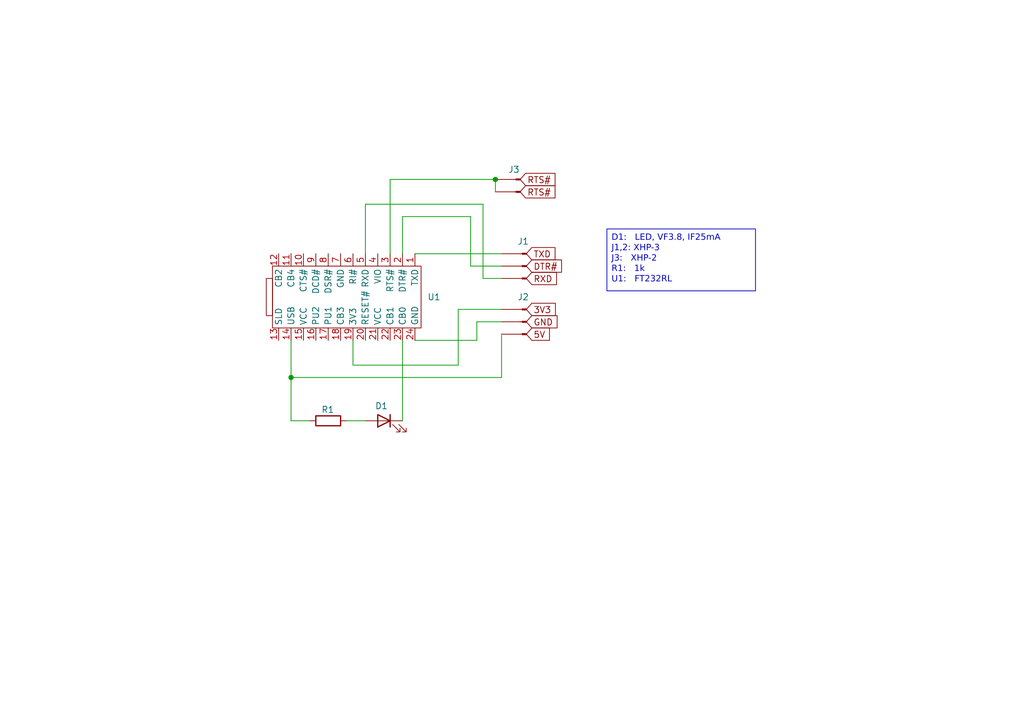
<source format=kicad_sch>
(kicad_sch (version 20231120) (generator "eeschema") (generator_version "8.0")
  (paper "A5")
  (lib_symbols
    (symbol "Connector:Conn_01x02_Pin" (pin_numbers hide) (pin_names (offset 1.016) hide)
      (property "Reference" "J" (at 0 2.54 0))
      (property "Value" "Conn_01x02_Pin" (at 0 -5.08 0))
      (symbol "Conn_01x02_Pin_1_1"
        (polyline (pts (xy 1.27 -2.54) (xy 0.8636 -2.54)) (stroke (width 0.1524)))
        (polyline (pts (xy 1.27 0) (xy 0.8636 0)) (stroke (width 0.1524)))
        (rectangle (start 0.8636 -2.413) (end 0 -2.667) (stroke (width 0.1524)) (fill (type outline)))
        (rectangle (start 0.8636 0.127) (end 0 -0.127) (stroke (width 0.1524)) (fill (type outline)))
        (pin passive line (at 5.08 0 180) (length 3.81) (name "Pin_1") (number "1"))
        (pin passive line (at 5.08 -2.54 180) (length 3.81) (name "Pin_2") (number "2"))
      )
    )
    (symbol "Connector:Conn_01x03_Pin" (pin_numbers hide) (pin_names (offset 1.016) hide)
      (property "Reference" "J" (at 0 5.08 0))
      (property "Value" "Conn_01x03_Pin" (at 0 -5.08 0))
      (symbol "Conn_01x03_Pin_1_1"
        (polyline (pts (xy 1.27 -2.54) (xy 0.8636 -2.54)) (stroke (width 0.1524)))
        (polyline (pts (xy 1.27 0) (xy 0.8636 0)) (stroke (width 0.1524)))
        (polyline (pts (xy 1.27 2.54) (xy 0.8636 2.54)) (stroke (width 0.1524)))
        (rectangle (start 0.8636 -2.413) (end 0 -2.667) (stroke (width 0.1524)) (fill (type outline)))
        (rectangle (start 0.8636 0.127) (end 0 -0.127) (stroke (width 0.1524)) (fill (type outline)))
        (rectangle (start 0.8636 2.667) (end 0 2.413) (stroke (width 0.1524)) (fill (type outline)))
        (pin passive line (at 5.08 2.54 180) (length 3.81) (name "Pin_1") (number "1"))
        (pin passive line (at 5.08 0 180) (length 3.81) (name "Pin_2") (number "2"))
        (pin passive line (at 5.08 -2.54 180) (length 3.81) (name "Pin_3") (number "3"))
      )
    )
    (symbol "Device:LED" (pin_numbers hide) (pin_names (offset 1.016) hide)
      (property "Reference" "D" (at 0 2.54 0))
      (property "Value" "LED" (at 0 -2.54 0))
      (symbol "LED_0_1"
        (polyline (pts (xy -1.27 -1.27) (xy -1.27 1.27)) (stroke (width 0.254)))
        (polyline (pts (xy -1.27 0) (xy 1.27 0)))
        (polyline (pts (xy 1.27 -1.27) (xy 1.27 1.27) (xy -1.27 0) (xy 1.27 -1.27)) (stroke (width 0.254)))
        (polyline (pts (xy -3.048 -0.762) (xy -4.572 -2.286) (xy -3.81 -2.286) (xy -4.572 -2.286) (xy -4.572 -1.524)))
        (polyline (pts (xy -1.778 -0.762) (xy -3.302 -2.286) (xy -2.54 -2.286) (xy -3.302 -2.286) (xy -3.302 -1.524)))
      )
      (symbol "LED_1_1"
        (pin passive line (at -3.81 0 0) (length 2.54) (name "K") (number "1"))
        (pin passive line (at 3.81 0 180) (length 2.54) (name "A") (number "2"))
      )
    )
    (symbol "Device:R" (pin_numbers hide) (pin_names (offset 0))
      (property "Reference" "R" (at 2.032 0 90))
      (property "Value" "R" (at 0 0 90))
      (symbol "R_0_1"
        (rectangle (start -1.016 -2.54) (end 1.016 2.54) (stroke (width 0.254)))
      )
      (symbol "R_1_1"
        (pin passive line (at 0 3.81 270) (length 1.27) (name "~") (number "1"))
        (pin passive line (at 0 -3.81 90) (length 1.27) (name "~") (number "2"))
      )
    )
    (symbol "Ore:FT232RL_AKI"
      (property "Reference" "US" (at 0 0 0))
      (symbol "FT232RL_AKI_0_1"
        (rectangle (start -6.35 34.29) (end 6.35 3.81))
        (rectangle (start -3.81 3.81) (end 3.81 2.54))
      )
      (symbol "FT232RL_AKI_1_1"
        (pin output line (at -8.89 33.02 0) (length 2.54) (name "TXD") (number "1"))
        (pin unspecified line (at -8.89 10.16 0) (length 2.54) (name "CTS#") (number "10"))
        (pin unspecified line (at -8.89 7.62 0) (length 2.54) (name "CB4") (number "11"))
        (pin unspecified line (at -8.89 5.08 0) (length 2.54) (name "CB2") (number "12"))
        (pin unspecified line (at 8.89 5.08 180) (length 2.54) (name "SLD") (number "13"))
        (pin unspecified line (at 8.89 7.62 180) (length 2.54) (name "USB") (number "14"))
        (pin unspecified line (at 8.89 10.16 180) (length 2.54) (name "VCC") (number "15"))
        (pin unspecified line (at 8.89 12.7 180) (length 2.54) (name "PU2") (number "16"))
        (pin unspecified line (at 8.89 15.24 180) (length 2.54) (name "PU1") (number "17"))
        (pin unspecified line (at 8.89 17.78 180) (length 2.54) (name "CB3") (number "18"))
        (pin unspecified line (at 8.89 20.32 180) (length 2.54) (name "3V3") (number "19"))
        (pin unspecified line (at -8.89 30.48 0) (length 2.54) (name "DTR#") (number "2"))
        (pin unspecified line (at 8.89 22.86 180) (length 2.54) (name "RESET#") (number "20"))
        (pin unspecified line (at 8.89 25.4 180) (length 2.54) (name "VCC") (number "21"))
        (pin unspecified line (at 8.89 27.94 180) (length 2.54) (name "CB1") (number "22"))
        (pin unspecified line (at 8.89 30.48 180) (length 2.54) (name "CB0") (number "23"))
        (pin unspecified line (at 8.89 33.02 180) (length 2.54) (name "GND") (number "24"))
        (pin unspecified line (at -8.89 27.94 0) (length 2.54) (name "RTS#") (number "3"))
        (pin unspecified line (at -8.89 25.4 0) (length 2.54) (name "VIO") (number "4"))
        (pin unspecified line (at -8.89 22.86 0) (length 2.54) (name "RXD") (number "5"))
        (pin unspecified line (at -8.89 20.32 0) (length 2.54) (name "RI#") (number "6"))
        (pin unspecified line (at -8.89 17.78 0) (length 2.54) (name "GND") (number "7"))
        (pin unspecified line (at -8.89 15.24 0) (length 2.54) (name "DSR#") (number "8"))
        (pin unspecified line (at -8.89 12.7 0) (length 2.54) (name "DCD#") (number "9"))
      )
    )
  )
  (junction (at 59.69 77.47))
  (junction (at 101.6 36.83))
  (wire (pts (xy 93.98 63.5) (xy 102.87 63.5)))
  (wire (pts (xy 99.06 41.91) (xy 99.06 57.15)))
  (wire (pts (xy 72.39 69.85) (xy 72.39 74.93)))
  (wire (pts (xy 59.69 77.47) (xy 59.69 86.36)))
  (wire (pts (xy 85.09 69.85) (xy 97.79 69.85)))
  (wire (pts (xy 80.01 36.83) (xy 101.6 36.83)))
  (wire (pts (xy 80.01 52.07) (xy 80.01 36.83)))
  (wire (pts (xy 93.98 74.93) (xy 93.98 63.5)))
  (wire (pts (xy 74.93 86.36) (xy 71.12 86.36)))
  (wire (pts (xy 82.55 52.07) (xy 82.55 44.45)))
  (wire (pts (xy 82.55 44.45) (xy 96.52 44.45)))
  (wire (pts (xy 82.55 69.85) (xy 82.55 86.36)))
  (wire (pts (xy 72.39 74.93) (xy 93.98 74.93)))
  (wire (pts (xy 59.69 77.47) (xy 102.87 77.47)))
  (wire (pts (xy 63.5 86.36) (xy 59.69 86.36)))
  (wire (pts (xy 85.09 52.07) (xy 102.87 52.07)))
  (wire (pts (xy 99.06 57.15) (xy 102.87 57.15)))
  (wire (pts (xy 96.52 54.61) (xy 102.87 54.61)))
  (wire (pts (xy 97.79 69.85) (xy 97.79 66.04)))
  (wire (pts (xy 101.6 36.83) (xy 101.6 39.37)))
  (wire (pts (xy 97.79 66.04) (xy 102.87 66.04)))
  (wire (pts (xy 102.87 77.47) (xy 102.87 68.58)))
  (wire (pts (xy 96.52 44.45) (xy 96.52 54.61)))
  (wire (pts (xy 74.93 52.07) (xy 74.93 41.91)))
  (wire (pts (xy 59.69 69.85) (xy 59.69 77.47)))
  (wire (pts (xy 74.93 41.91) (xy 99.06 41.91)))
  (text_box "D1:   LED, VF3.8, IF25mA\nJ1,2: XHP-3\nJ3:   XHP-2\nR1:   1k\nU1:   FT232RL\n" (at 124.46 46.99 0) (size 30.48 12.7) (effects (font (size 1.27 1.27)) (justify left top)))
  (global_label "TXD" (shape input) (at 107.95 52.07 0) (property "Intersheetrefs" "${INTERSHEET_REFS}" (effects (hide yes))))
  (global_label "RTS#" (shape input) (at 106.68 36.83 0) (property "Intersheetrefs" "${INTERSHEET_REFS}" (effects (hide yes))))
  (global_label "DTR#" (shape input) (at 107.95 54.61 0) (property "Intersheetrefs" "${INTERSHEET_REFS}" (effects (hide yes))))
  (global_label "GND" (shape input) (at 107.95 66.04 0) (property "Intersheetrefs" "${INTERSHEET_REFS}" (effects (hide yes))))
  (global_label "3V3" (shape input) (at 107.95 63.5 0) (property "Intersheetrefs" "${INTERSHEET_REFS}" (effects (hide yes))))
  (global_label "5V" (shape input) (at 107.95 68.58 0) (property "Intersheetrefs" "${INTERSHEET_REFS}" (effects (hide yes))))
  (global_label "RXD" (shape input) (at 107.95 57.15 0) (property "Intersheetrefs" "${INTERSHEET_REFS}" (effects (hide yes))))
  (global_label "RTS#" (shape input) (at 106.68 39.37 0) (property "Intersheetrefs" "${INTERSHEET_REFS}" (effects (hide yes))))
  (symbol (lib_id "Device:LED") (at 78.74 86.36 0) (mirror y) (unit 1)
    (property "Reference" "D1" (at 78.232 83.312 0))
    (property "Value" "LED, VF3.8, IF25mA" (effects (hide yes)))
    (property "Description" "Light emitting diode" (effects (hide yes)))
  )
  (symbol (lib_id "Connector:Conn_01x03_Pin") (at 107.95 54.61 0) (mirror y) (unit 1)
    (property "Reference" "J1" (at 107.315 49.53 0))
    (property "Value" "XHP-3" (effects (hide yes)))
    (property "Description" "Generic connector, single row, 01x03, script generated" (effects (hide yes)))
  )
  (symbol (lib_id "Connector:Conn_01x02_Pin") (at 106.68 36.83 0) (mirror y) (unit 1)
    (property "Reference" "J3" (at 105.41 34.798 0))
    (property "Value" "XHP-2" (effects (hide yes)))
    (property "Description" "Generic connector, single row, 01x02, script generated" (effects (hide yes)))
  )
  (symbol (lib_id "Ore:FT232RL_AKI") (at 52.07 60.96 270) (unit 1)
    (property "Reference" "U1" (at 87.63 60.9599 90) (effects (justify left)))
    (property "Value" "FT232RL" (effects (hide yes)))
  )
  (symbol (lib_id "Device:R") (at 67.31 86.36 90) (unit 1)
    (property "Reference" "R1" (at 68.58 84.074 90) (effects (justify left)))
    (property "Value" "1k" (effects (hide yes)))
    (property "Description" "Resistor" (effects (hide yes)))
  )
  (symbol (lib_id "Connector:Conn_01x03_Pin") (at 107.95 66.04 0) (mirror y) (unit 1)
    (property "Reference" "J2" (at 107.315 60.96 0))
    (property "Value" "XHP-3" (effects (hide yes)))
    (property "Description" "Generic connector, single row, 01x03, script generated" (effects (hide yes)))
  )
)
</source>
